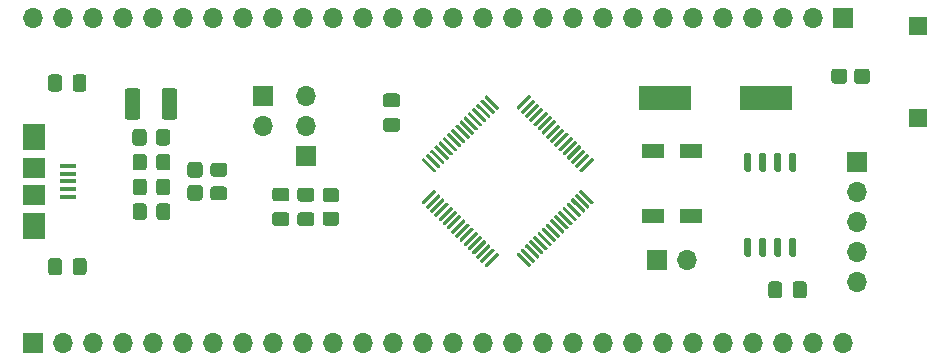
<source format=gbr>
%TF.GenerationSoftware,KiCad,Pcbnew,(5.1.10)-1*%
%TF.CreationDate,2021-08-29T21:18:51+07:00*%
%TF.ProjectId,stm32f405rgt6_Mini,73746d33-3266-4343-9035-726774365f4d,rev?*%
%TF.SameCoordinates,Original*%
%TF.FileFunction,Soldermask,Top*%
%TF.FilePolarity,Negative*%
%FSLAX46Y46*%
G04 Gerber Fmt 4.6, Leading zero omitted, Abs format (unit mm)*
G04 Created by KiCad (PCBNEW (5.1.10)-1) date 2021-08-29 21:18:51*
%MOMM*%
%LPD*%
G01*
G04 APERTURE LIST*
%ADD10R,1.700000X1.700000*%
%ADD11O,1.700000X1.700000*%
%ADD12R,1.900000X1.800000*%
%ADD13R,1.900000X2.300000*%
%ADD14R,1.400000X0.400000*%
%ADD15R,4.500000X2.000000*%
%ADD16R,1.900000X1.300000*%
%ADD17R,1.500000X1.500000*%
G04 APERTURE END LIST*
%TO.C,C2*%
G36*
G01*
X95361780Y-97781780D02*
X94411780Y-97781780D01*
G75*
G02*
X94161780Y-97531780I0J250000D01*
G01*
X94161780Y-96856780D01*
G75*
G02*
X94411780Y-96606780I250000J0D01*
G01*
X95361780Y-96606780D01*
G75*
G02*
X95611780Y-96856780I0J-250000D01*
G01*
X95611780Y-97531780D01*
G75*
G02*
X95361780Y-97781780I-250000J0D01*
G01*
G37*
G36*
G01*
X95361780Y-95706780D02*
X94411780Y-95706780D01*
G75*
G02*
X94161780Y-95456780I0J250000D01*
G01*
X94161780Y-94781780D01*
G75*
G02*
X94411780Y-94531780I250000J0D01*
G01*
X95361780Y-94531780D01*
G75*
G02*
X95611780Y-94781780I0J-250000D01*
G01*
X95611780Y-95456780D01*
G75*
G02*
X95361780Y-95706780I-250000J0D01*
G01*
G37*
%TD*%
%TO.C,C4*%
G36*
G01*
X75194760Y-101699080D02*
X75194760Y-100749080D01*
G75*
G02*
X75444760Y-100499080I250000J0D01*
G01*
X76119760Y-100499080D01*
G75*
G02*
X76369760Y-100749080I0J-250000D01*
G01*
X76369760Y-101699080D01*
G75*
G02*
X76119760Y-101949080I-250000J0D01*
G01*
X75444760Y-101949080D01*
G75*
G02*
X75194760Y-101699080I0J250000D01*
G01*
G37*
G36*
G01*
X77269760Y-101699080D02*
X77269760Y-100749080D01*
G75*
G02*
X77519760Y-100499080I250000J0D01*
G01*
X78194760Y-100499080D01*
G75*
G02*
X78444760Y-100749080I0J-250000D01*
G01*
X78444760Y-101699080D01*
G75*
G02*
X78194760Y-101949080I-250000J0D01*
G01*
X77519760Y-101949080D01*
G75*
G02*
X77269760Y-101699080I0J250000D01*
G01*
G37*
%TD*%
%TO.C,C5*%
G36*
G01*
X81671200Y-88552202D02*
X81671200Y-86352198D01*
G75*
G02*
X81921198Y-86102200I249998J0D01*
G01*
X82746202Y-86102200D01*
G75*
G02*
X82996200Y-86352198I0J-249998D01*
G01*
X82996200Y-88552202D01*
G75*
G02*
X82746202Y-88802200I-249998J0D01*
G01*
X81921198Y-88802200D01*
G75*
G02*
X81671200Y-88552202I0J249998D01*
G01*
G37*
G36*
G01*
X84796200Y-88552202D02*
X84796200Y-86352198D01*
G75*
G02*
X85046198Y-86102200I249998J0D01*
G01*
X85871202Y-86102200D01*
G75*
G02*
X86121200Y-86352198I0J-249998D01*
G01*
X86121200Y-88552202D01*
G75*
G02*
X85871202Y-88802200I-249998J0D01*
G01*
X85046198Y-88802200D01*
G75*
G02*
X84796200Y-88552202I0J249998D01*
G01*
G37*
%TD*%
%TO.C,C6*%
G36*
G01*
X78434600Y-85204280D02*
X78434600Y-86154280D01*
G75*
G02*
X78184600Y-86404280I-250000J0D01*
G01*
X77509600Y-86404280D01*
G75*
G02*
X77259600Y-86154280I0J250000D01*
G01*
X77259600Y-85204280D01*
G75*
G02*
X77509600Y-84954280I250000J0D01*
G01*
X78184600Y-84954280D01*
G75*
G02*
X78434600Y-85204280I0J-250000D01*
G01*
G37*
G36*
G01*
X76359600Y-85204280D02*
X76359600Y-86154280D01*
G75*
G02*
X76109600Y-86404280I-250000J0D01*
G01*
X75434600Y-86404280D01*
G75*
G02*
X75184600Y-86154280I0J250000D01*
G01*
X75184600Y-85204280D01*
G75*
G02*
X75434600Y-84954280I250000J0D01*
G01*
X76109600Y-84954280D01*
G75*
G02*
X76359600Y-85204280I0J-250000D01*
G01*
G37*
%TD*%
%TO.C,C14*%
G36*
G01*
X136152220Y-103667580D02*
X136152220Y-102717580D01*
G75*
G02*
X136402220Y-102467580I250000J0D01*
G01*
X137077220Y-102467580D01*
G75*
G02*
X137327220Y-102717580I0J-250000D01*
G01*
X137327220Y-103667580D01*
G75*
G02*
X137077220Y-103917580I-250000J0D01*
G01*
X136402220Y-103917580D01*
G75*
G02*
X136152220Y-103667580I0J250000D01*
G01*
G37*
G36*
G01*
X138227220Y-103667580D02*
X138227220Y-102717580D01*
G75*
G02*
X138477220Y-102467580I250000J0D01*
G01*
X139152220Y-102467580D01*
G75*
G02*
X139402220Y-102717580I0J-250000D01*
G01*
X139402220Y-103667580D01*
G75*
G02*
X139152220Y-103917580I-250000J0D01*
G01*
X138477220Y-103917580D01*
G75*
G02*
X138227220Y-103667580I0J250000D01*
G01*
G37*
%TD*%
%TO.C,C16*%
G36*
G01*
X104742000Y-89813800D02*
X103792000Y-89813800D01*
G75*
G02*
X103542000Y-89563800I0J250000D01*
G01*
X103542000Y-88888800D01*
G75*
G02*
X103792000Y-88638800I250000J0D01*
G01*
X104742000Y-88638800D01*
G75*
G02*
X104992000Y-88888800I0J-250000D01*
G01*
X104992000Y-89563800D01*
G75*
G02*
X104742000Y-89813800I-250000J0D01*
G01*
G37*
G36*
G01*
X104742000Y-87738800D02*
X103792000Y-87738800D01*
G75*
G02*
X103542000Y-87488800I0J250000D01*
G01*
X103542000Y-86813800D01*
G75*
G02*
X103792000Y-86563800I250000J0D01*
G01*
X104742000Y-86563800D01*
G75*
G02*
X104992000Y-86813800I0J-250000D01*
G01*
X104992000Y-87488800D01*
G75*
G02*
X104742000Y-87738800I-250000J0D01*
G01*
G37*
%TD*%
%TO.C,C17*%
G36*
G01*
X97487760Y-97791940D02*
X96537760Y-97791940D01*
G75*
G02*
X96287760Y-97541940I0J250000D01*
G01*
X96287760Y-96866940D01*
G75*
G02*
X96537760Y-96616940I250000J0D01*
G01*
X97487760Y-96616940D01*
G75*
G02*
X97737760Y-96866940I0J-250000D01*
G01*
X97737760Y-97541940D01*
G75*
G02*
X97487760Y-97791940I-250000J0D01*
G01*
G37*
G36*
G01*
X97487760Y-95716940D02*
X96537760Y-95716940D01*
G75*
G02*
X96287760Y-95466940I0J250000D01*
G01*
X96287760Y-94791940D01*
G75*
G02*
X96537760Y-94541940I250000J0D01*
G01*
X97487760Y-94541940D01*
G75*
G02*
X97737760Y-94791940I0J-250000D01*
G01*
X97737760Y-95466940D01*
G75*
G02*
X97487760Y-95716940I-250000J0D01*
G01*
G37*
%TD*%
%TO.C,PC13_LED*%
G36*
G01*
X142836620Y-84697619D02*
X142836620Y-85497621D01*
G75*
G02*
X142586621Y-85747620I-249999J0D01*
G01*
X141761619Y-85747620D01*
G75*
G02*
X141511620Y-85497621I0J249999D01*
G01*
X141511620Y-84697619D01*
G75*
G02*
X141761619Y-84447620I249999J0D01*
G01*
X142586621Y-84447620D01*
G75*
G02*
X142836620Y-84697619I0J-249999D01*
G01*
G37*
G36*
G01*
X144761620Y-84697619D02*
X144761620Y-85497621D01*
G75*
G02*
X144511621Y-85747620I-249999J0D01*
G01*
X143686619Y-85747620D01*
G75*
G02*
X143436620Y-85497621I0J249999D01*
G01*
X143436620Y-84697619D01*
G75*
G02*
X143686619Y-84447620I249999J0D01*
G01*
X144511621Y-84447620D01*
G75*
G02*
X144761620Y-84697619I0J-249999D01*
G01*
G37*
%TD*%
%TO.C,PWR*%
G36*
G01*
X87227459Y-92375320D02*
X88027461Y-92375320D01*
G75*
G02*
X88277460Y-92625319I0J-249999D01*
G01*
X88277460Y-93450321D01*
G75*
G02*
X88027461Y-93700320I-249999J0D01*
G01*
X87227459Y-93700320D01*
G75*
G02*
X86977460Y-93450321I0J249999D01*
G01*
X86977460Y-92625319D01*
G75*
G02*
X87227459Y-92375320I249999J0D01*
G01*
G37*
G36*
G01*
X87227459Y-94300320D02*
X88027461Y-94300320D01*
G75*
G02*
X88277460Y-94550319I0J-249999D01*
G01*
X88277460Y-95375321D01*
G75*
G02*
X88027461Y-95625320I-249999J0D01*
G01*
X87227459Y-95625320D01*
G75*
G02*
X86977460Y-95375321I0J249999D01*
G01*
X86977460Y-94550319D01*
G75*
G02*
X87227459Y-94300320I249999J0D01*
G01*
G37*
%TD*%
D10*
%TO.C,SWD PROG*%
X143654780Y-92351860D03*
D11*
X143654780Y-94891860D03*
X143654780Y-97431860D03*
X143654780Y-99971860D03*
X143654780Y-102511860D03*
%TD*%
D12*
%TO.C,USB*%
X73995760Y-95150320D03*
X73995760Y-92850320D03*
D13*
X73995760Y-97750320D03*
X73995760Y-90250320D03*
D14*
X76845760Y-95300320D03*
X76845760Y-94650320D03*
X76845760Y-94000320D03*
X76845760Y-93350320D03*
X76845760Y-92700320D03*
%TD*%
D11*
%TO.C,VBat*%
X129273300Y-100647500D03*
D10*
X126733300Y-100647500D03*
%TD*%
%TO.C,5V_IN*%
X93345000Y-86817200D03*
D11*
X93345000Y-89357200D03*
%TD*%
%TO.C,R1*%
G36*
G01*
X85547000Y-94032919D02*
X85547000Y-94932921D01*
G75*
G02*
X85297001Y-95182920I-249999J0D01*
G01*
X84596999Y-95182920D01*
G75*
G02*
X84347000Y-94932921I0J249999D01*
G01*
X84347000Y-94032919D01*
G75*
G02*
X84596999Y-93782920I249999J0D01*
G01*
X85297001Y-93782920D01*
G75*
G02*
X85547000Y-94032919I0J-249999D01*
G01*
G37*
G36*
G01*
X83547000Y-94032919D02*
X83547000Y-94932921D01*
G75*
G02*
X83297001Y-95182920I-249999J0D01*
G01*
X82596999Y-95182920D01*
G75*
G02*
X82347000Y-94932921I0J249999D01*
G01*
X82347000Y-94032919D01*
G75*
G02*
X82596999Y-93782920I249999J0D01*
G01*
X83297001Y-93782920D01*
G75*
G02*
X83547000Y-94032919I0J-249999D01*
G01*
G37*
%TD*%
%TO.C,R2*%
G36*
G01*
X83536840Y-91929799D02*
X83536840Y-92829801D01*
G75*
G02*
X83286841Y-93079800I-249999J0D01*
G01*
X82586839Y-93079800D01*
G75*
G02*
X82336840Y-92829801I0J249999D01*
G01*
X82336840Y-91929799D01*
G75*
G02*
X82586839Y-91679800I249999J0D01*
G01*
X83286841Y-91679800D01*
G75*
G02*
X83536840Y-91929799I0J-249999D01*
G01*
G37*
G36*
G01*
X85536840Y-91929799D02*
X85536840Y-92829801D01*
G75*
G02*
X85286841Y-93079800I-249999J0D01*
G01*
X84586839Y-93079800D01*
G75*
G02*
X84336840Y-92829801I0J249999D01*
G01*
X84336840Y-91929799D01*
G75*
G02*
X84586839Y-91679800I249999J0D01*
G01*
X85286841Y-91679800D01*
G75*
G02*
X85536840Y-91929799I0J-249999D01*
G01*
G37*
%TD*%
%TO.C,R4*%
G36*
G01*
X85521600Y-89821599D02*
X85521600Y-90721601D01*
G75*
G02*
X85271601Y-90971600I-249999J0D01*
G01*
X84571599Y-90971600D01*
G75*
G02*
X84321600Y-90721601I0J249999D01*
G01*
X84321600Y-89821599D01*
G75*
G02*
X84571599Y-89571600I249999J0D01*
G01*
X85271601Y-89571600D01*
G75*
G02*
X85521600Y-89821599I0J-249999D01*
G01*
G37*
G36*
G01*
X83521600Y-89821599D02*
X83521600Y-90721601D01*
G75*
G02*
X83271601Y-90971600I-249999J0D01*
G01*
X82571599Y-90971600D01*
G75*
G02*
X82321600Y-90721601I0J249999D01*
G01*
X82321600Y-89821599D01*
G75*
G02*
X82571599Y-89571600I249999J0D01*
G01*
X83271601Y-89571600D01*
G75*
G02*
X83521600Y-89821599I0J-249999D01*
G01*
G37*
%TD*%
%TO.C,R5*%
G36*
G01*
X83547000Y-96120799D02*
X83547000Y-97020801D01*
G75*
G02*
X83297001Y-97270800I-249999J0D01*
G01*
X82596999Y-97270800D01*
G75*
G02*
X82347000Y-97020801I0J249999D01*
G01*
X82347000Y-96120799D01*
G75*
G02*
X82596999Y-95870800I249999J0D01*
G01*
X83297001Y-95870800D01*
G75*
G02*
X83547000Y-96120799I0J-249999D01*
G01*
G37*
G36*
G01*
X85547000Y-96120799D02*
X85547000Y-97020801D01*
G75*
G02*
X85297001Y-97270800I-249999J0D01*
G01*
X84596999Y-97270800D01*
G75*
G02*
X84347000Y-97020801I0J249999D01*
G01*
X84347000Y-96120799D01*
G75*
G02*
X84596999Y-95870800I249999J0D01*
G01*
X85297001Y-95870800D01*
G75*
G02*
X85547000Y-96120799I0J-249999D01*
G01*
G37*
%TD*%
%TO.C,R6*%
G36*
G01*
X89184059Y-92423180D02*
X90084061Y-92423180D01*
G75*
G02*
X90334060Y-92673179I0J-249999D01*
G01*
X90334060Y-93373181D01*
G75*
G02*
X90084061Y-93623180I-249999J0D01*
G01*
X89184059Y-93623180D01*
G75*
G02*
X88934060Y-93373181I0J249999D01*
G01*
X88934060Y-92673179D01*
G75*
G02*
X89184059Y-92423180I249999J0D01*
G01*
G37*
G36*
G01*
X89184059Y-94423180D02*
X90084061Y-94423180D01*
G75*
G02*
X90334060Y-94673179I0J-249999D01*
G01*
X90334060Y-95373181D01*
G75*
G02*
X90084061Y-95623180I-249999J0D01*
G01*
X89184059Y-95623180D01*
G75*
G02*
X88934060Y-95373181I0J249999D01*
G01*
X88934060Y-94673179D01*
G75*
G02*
X89184059Y-94423180I249999J0D01*
G01*
G37*
%TD*%
%TO.C,R9*%
G36*
G01*
X99570961Y-95759320D02*
X98670959Y-95759320D01*
G75*
G02*
X98420960Y-95509321I0J249999D01*
G01*
X98420960Y-94809319D01*
G75*
G02*
X98670959Y-94559320I249999J0D01*
G01*
X99570961Y-94559320D01*
G75*
G02*
X99820960Y-94809319I0J-249999D01*
G01*
X99820960Y-95509321D01*
G75*
G02*
X99570961Y-95759320I-249999J0D01*
G01*
G37*
G36*
G01*
X99570961Y-97759320D02*
X98670959Y-97759320D01*
G75*
G02*
X98420960Y-97509321I0J249999D01*
G01*
X98420960Y-96809319D01*
G75*
G02*
X98670959Y-96559320I249999J0D01*
G01*
X99570961Y-96559320D01*
G75*
G02*
X99820960Y-96809319I0J-249999D01*
G01*
X99820960Y-97509321D01*
G75*
G02*
X99570961Y-97759320I-249999J0D01*
G01*
G37*
%TD*%
%TO.C,STM32F405RG*%
G36*
G01*
X121262255Y-92023779D02*
X121368321Y-92129845D01*
G75*
G02*
X121368321Y-92235911I-53033J-53033D01*
G01*
X120378371Y-93225861D01*
G75*
G02*
X120272305Y-93225861I-53033J53033D01*
G01*
X120166239Y-93119795D01*
G75*
G02*
X120166239Y-93013729I53033J53033D01*
G01*
X121156189Y-92023779D01*
G75*
G02*
X121262255Y-92023779I53033J-53033D01*
G01*
G37*
G36*
G01*
X120908702Y-91670226D02*
X121014768Y-91776292D01*
G75*
G02*
X121014768Y-91882358I-53033J-53033D01*
G01*
X120024818Y-92872308D01*
G75*
G02*
X119918752Y-92872308I-53033J53033D01*
G01*
X119812686Y-92766242D01*
G75*
G02*
X119812686Y-92660176I53033J53033D01*
G01*
X120802636Y-91670226D01*
G75*
G02*
X120908702Y-91670226I53033J-53033D01*
G01*
G37*
G36*
G01*
X120555149Y-91316673D02*
X120661215Y-91422739D01*
G75*
G02*
X120661215Y-91528805I-53033J-53033D01*
G01*
X119671265Y-92518755D01*
G75*
G02*
X119565199Y-92518755I-53033J53033D01*
G01*
X119459133Y-92412689D01*
G75*
G02*
X119459133Y-92306623I53033J53033D01*
G01*
X120449083Y-91316673D01*
G75*
G02*
X120555149Y-91316673I53033J-53033D01*
G01*
G37*
G36*
G01*
X120201595Y-90963119D02*
X120307661Y-91069185D01*
G75*
G02*
X120307661Y-91175251I-53033J-53033D01*
G01*
X119317711Y-92165201D01*
G75*
G02*
X119211645Y-92165201I-53033J53033D01*
G01*
X119105579Y-92059135D01*
G75*
G02*
X119105579Y-91953069I53033J53033D01*
G01*
X120095529Y-90963119D01*
G75*
G02*
X120201595Y-90963119I53033J-53033D01*
G01*
G37*
G36*
G01*
X119848042Y-90609566D02*
X119954108Y-90715632D01*
G75*
G02*
X119954108Y-90821698I-53033J-53033D01*
G01*
X118964158Y-91811648D01*
G75*
G02*
X118858092Y-91811648I-53033J53033D01*
G01*
X118752026Y-91705582D01*
G75*
G02*
X118752026Y-91599516I53033J53033D01*
G01*
X119741976Y-90609566D01*
G75*
G02*
X119848042Y-90609566I53033J-53033D01*
G01*
G37*
G36*
G01*
X119494488Y-90256012D02*
X119600554Y-90362078D01*
G75*
G02*
X119600554Y-90468144I-53033J-53033D01*
G01*
X118610604Y-91458094D01*
G75*
G02*
X118504538Y-91458094I-53033J53033D01*
G01*
X118398472Y-91352028D01*
G75*
G02*
X118398472Y-91245962I53033J53033D01*
G01*
X119388422Y-90256012D01*
G75*
G02*
X119494488Y-90256012I53033J-53033D01*
G01*
G37*
G36*
G01*
X119140935Y-89902459D02*
X119247001Y-90008525D01*
G75*
G02*
X119247001Y-90114591I-53033J-53033D01*
G01*
X118257051Y-91104541D01*
G75*
G02*
X118150985Y-91104541I-53033J53033D01*
G01*
X118044919Y-90998475D01*
G75*
G02*
X118044919Y-90892409I53033J53033D01*
G01*
X119034869Y-89902459D01*
G75*
G02*
X119140935Y-89902459I53033J-53033D01*
G01*
G37*
G36*
G01*
X118787382Y-89548906D02*
X118893448Y-89654972D01*
G75*
G02*
X118893448Y-89761038I-53033J-53033D01*
G01*
X117903498Y-90750988D01*
G75*
G02*
X117797432Y-90750988I-53033J53033D01*
G01*
X117691366Y-90644922D01*
G75*
G02*
X117691366Y-90538856I53033J53033D01*
G01*
X118681316Y-89548906D01*
G75*
G02*
X118787382Y-89548906I53033J-53033D01*
G01*
G37*
G36*
G01*
X118433828Y-89195352D02*
X118539894Y-89301418D01*
G75*
G02*
X118539894Y-89407484I-53033J-53033D01*
G01*
X117549944Y-90397434D01*
G75*
G02*
X117443878Y-90397434I-53033J53033D01*
G01*
X117337812Y-90291368D01*
G75*
G02*
X117337812Y-90185302I53033J53033D01*
G01*
X118327762Y-89195352D01*
G75*
G02*
X118433828Y-89195352I53033J-53033D01*
G01*
G37*
G36*
G01*
X118080275Y-88841799D02*
X118186341Y-88947865D01*
G75*
G02*
X118186341Y-89053931I-53033J-53033D01*
G01*
X117196391Y-90043881D01*
G75*
G02*
X117090325Y-90043881I-53033J53033D01*
G01*
X116984259Y-89937815D01*
G75*
G02*
X116984259Y-89831749I53033J53033D01*
G01*
X117974209Y-88841799D01*
G75*
G02*
X118080275Y-88841799I53033J-53033D01*
G01*
G37*
G36*
G01*
X117726722Y-88488246D02*
X117832788Y-88594312D01*
G75*
G02*
X117832788Y-88700378I-53033J-53033D01*
G01*
X116842838Y-89690328D01*
G75*
G02*
X116736772Y-89690328I-53033J53033D01*
G01*
X116630706Y-89584262D01*
G75*
G02*
X116630706Y-89478196I53033J53033D01*
G01*
X117620656Y-88488246D01*
G75*
G02*
X117726722Y-88488246I53033J-53033D01*
G01*
G37*
G36*
G01*
X117373168Y-88134692D02*
X117479234Y-88240758D01*
G75*
G02*
X117479234Y-88346824I-53033J-53033D01*
G01*
X116489284Y-89336774D01*
G75*
G02*
X116383218Y-89336774I-53033J53033D01*
G01*
X116277152Y-89230708D01*
G75*
G02*
X116277152Y-89124642I53033J53033D01*
G01*
X117267102Y-88134692D01*
G75*
G02*
X117373168Y-88134692I53033J-53033D01*
G01*
G37*
G36*
G01*
X117019615Y-87781139D02*
X117125681Y-87887205D01*
G75*
G02*
X117125681Y-87993271I-53033J-53033D01*
G01*
X116135731Y-88983221D01*
G75*
G02*
X116029665Y-88983221I-53033J53033D01*
G01*
X115923599Y-88877155D01*
G75*
G02*
X115923599Y-88771089I53033J53033D01*
G01*
X116913549Y-87781139D01*
G75*
G02*
X117019615Y-87781139I53033J-53033D01*
G01*
G37*
G36*
G01*
X116666061Y-87427585D02*
X116772127Y-87533651D01*
G75*
G02*
X116772127Y-87639717I-53033J-53033D01*
G01*
X115782177Y-88629667D01*
G75*
G02*
X115676111Y-88629667I-53033J53033D01*
G01*
X115570045Y-88523601D01*
G75*
G02*
X115570045Y-88417535I53033J53033D01*
G01*
X116559995Y-87427585D01*
G75*
G02*
X116666061Y-87427585I53033J-53033D01*
G01*
G37*
G36*
G01*
X116312508Y-87074032D02*
X116418574Y-87180098D01*
G75*
G02*
X116418574Y-87286164I-53033J-53033D01*
G01*
X115428624Y-88276114D01*
G75*
G02*
X115322558Y-88276114I-53033J53033D01*
G01*
X115216492Y-88170048D01*
G75*
G02*
X115216492Y-88063982I53033J53033D01*
G01*
X116206442Y-87074032D01*
G75*
G02*
X116312508Y-87074032I53033J-53033D01*
G01*
G37*
G36*
G01*
X115958955Y-86720479D02*
X116065021Y-86826545D01*
G75*
G02*
X116065021Y-86932611I-53033J-53033D01*
G01*
X115075071Y-87922561D01*
G75*
G02*
X114969005Y-87922561I-53033J53033D01*
G01*
X114862939Y-87816495D01*
G75*
G02*
X114862939Y-87710429I53033J53033D01*
G01*
X115852889Y-86720479D01*
G75*
G02*
X115958955Y-86720479I53033J-53033D01*
G01*
G37*
G36*
G01*
X112352709Y-86720479D02*
X113342659Y-87710429D01*
G75*
G02*
X113342659Y-87816495I-53033J-53033D01*
G01*
X113236593Y-87922561D01*
G75*
G02*
X113130527Y-87922561I-53033J53033D01*
G01*
X112140577Y-86932611D01*
G75*
G02*
X112140577Y-86826545I53033J53033D01*
G01*
X112246643Y-86720479D01*
G75*
G02*
X112352709Y-86720479I53033J-53033D01*
G01*
G37*
G36*
G01*
X111999156Y-87074032D02*
X112989106Y-88063982D01*
G75*
G02*
X112989106Y-88170048I-53033J-53033D01*
G01*
X112883040Y-88276114D01*
G75*
G02*
X112776974Y-88276114I-53033J53033D01*
G01*
X111787024Y-87286164D01*
G75*
G02*
X111787024Y-87180098I53033J53033D01*
G01*
X111893090Y-87074032D01*
G75*
G02*
X111999156Y-87074032I53033J-53033D01*
G01*
G37*
G36*
G01*
X111645603Y-87427585D02*
X112635553Y-88417535D01*
G75*
G02*
X112635553Y-88523601I-53033J-53033D01*
G01*
X112529487Y-88629667D01*
G75*
G02*
X112423421Y-88629667I-53033J53033D01*
G01*
X111433471Y-87639717D01*
G75*
G02*
X111433471Y-87533651I53033J53033D01*
G01*
X111539537Y-87427585D01*
G75*
G02*
X111645603Y-87427585I53033J-53033D01*
G01*
G37*
G36*
G01*
X111292049Y-87781139D02*
X112281999Y-88771089D01*
G75*
G02*
X112281999Y-88877155I-53033J-53033D01*
G01*
X112175933Y-88983221D01*
G75*
G02*
X112069867Y-88983221I-53033J53033D01*
G01*
X111079917Y-87993271D01*
G75*
G02*
X111079917Y-87887205I53033J53033D01*
G01*
X111185983Y-87781139D01*
G75*
G02*
X111292049Y-87781139I53033J-53033D01*
G01*
G37*
G36*
G01*
X110938496Y-88134692D02*
X111928446Y-89124642D01*
G75*
G02*
X111928446Y-89230708I-53033J-53033D01*
G01*
X111822380Y-89336774D01*
G75*
G02*
X111716314Y-89336774I-53033J53033D01*
G01*
X110726364Y-88346824D01*
G75*
G02*
X110726364Y-88240758I53033J53033D01*
G01*
X110832430Y-88134692D01*
G75*
G02*
X110938496Y-88134692I53033J-53033D01*
G01*
G37*
G36*
G01*
X110584942Y-88488246D02*
X111574892Y-89478196D01*
G75*
G02*
X111574892Y-89584262I-53033J-53033D01*
G01*
X111468826Y-89690328D01*
G75*
G02*
X111362760Y-89690328I-53033J53033D01*
G01*
X110372810Y-88700378D01*
G75*
G02*
X110372810Y-88594312I53033J53033D01*
G01*
X110478876Y-88488246D01*
G75*
G02*
X110584942Y-88488246I53033J-53033D01*
G01*
G37*
G36*
G01*
X110231389Y-88841799D02*
X111221339Y-89831749D01*
G75*
G02*
X111221339Y-89937815I-53033J-53033D01*
G01*
X111115273Y-90043881D01*
G75*
G02*
X111009207Y-90043881I-53033J53033D01*
G01*
X110019257Y-89053931D01*
G75*
G02*
X110019257Y-88947865I53033J53033D01*
G01*
X110125323Y-88841799D01*
G75*
G02*
X110231389Y-88841799I53033J-53033D01*
G01*
G37*
G36*
G01*
X109877836Y-89195352D02*
X110867786Y-90185302D01*
G75*
G02*
X110867786Y-90291368I-53033J-53033D01*
G01*
X110761720Y-90397434D01*
G75*
G02*
X110655654Y-90397434I-53033J53033D01*
G01*
X109665704Y-89407484D01*
G75*
G02*
X109665704Y-89301418I53033J53033D01*
G01*
X109771770Y-89195352D01*
G75*
G02*
X109877836Y-89195352I53033J-53033D01*
G01*
G37*
G36*
G01*
X109524282Y-89548906D02*
X110514232Y-90538856D01*
G75*
G02*
X110514232Y-90644922I-53033J-53033D01*
G01*
X110408166Y-90750988D01*
G75*
G02*
X110302100Y-90750988I-53033J53033D01*
G01*
X109312150Y-89761038D01*
G75*
G02*
X109312150Y-89654972I53033J53033D01*
G01*
X109418216Y-89548906D01*
G75*
G02*
X109524282Y-89548906I53033J-53033D01*
G01*
G37*
G36*
G01*
X109170729Y-89902459D02*
X110160679Y-90892409D01*
G75*
G02*
X110160679Y-90998475I-53033J-53033D01*
G01*
X110054613Y-91104541D01*
G75*
G02*
X109948547Y-91104541I-53033J53033D01*
G01*
X108958597Y-90114591D01*
G75*
G02*
X108958597Y-90008525I53033J53033D01*
G01*
X109064663Y-89902459D01*
G75*
G02*
X109170729Y-89902459I53033J-53033D01*
G01*
G37*
G36*
G01*
X108817176Y-90256012D02*
X109807126Y-91245962D01*
G75*
G02*
X109807126Y-91352028I-53033J-53033D01*
G01*
X109701060Y-91458094D01*
G75*
G02*
X109594994Y-91458094I-53033J53033D01*
G01*
X108605044Y-90468144D01*
G75*
G02*
X108605044Y-90362078I53033J53033D01*
G01*
X108711110Y-90256012D01*
G75*
G02*
X108817176Y-90256012I53033J-53033D01*
G01*
G37*
G36*
G01*
X108463622Y-90609566D02*
X109453572Y-91599516D01*
G75*
G02*
X109453572Y-91705582I-53033J-53033D01*
G01*
X109347506Y-91811648D01*
G75*
G02*
X109241440Y-91811648I-53033J53033D01*
G01*
X108251490Y-90821698D01*
G75*
G02*
X108251490Y-90715632I53033J53033D01*
G01*
X108357556Y-90609566D01*
G75*
G02*
X108463622Y-90609566I53033J-53033D01*
G01*
G37*
G36*
G01*
X108110069Y-90963119D02*
X109100019Y-91953069D01*
G75*
G02*
X109100019Y-92059135I-53033J-53033D01*
G01*
X108993953Y-92165201D01*
G75*
G02*
X108887887Y-92165201I-53033J53033D01*
G01*
X107897937Y-91175251D01*
G75*
G02*
X107897937Y-91069185I53033J53033D01*
G01*
X108004003Y-90963119D01*
G75*
G02*
X108110069Y-90963119I53033J-53033D01*
G01*
G37*
G36*
G01*
X107756515Y-91316673D02*
X108746465Y-92306623D01*
G75*
G02*
X108746465Y-92412689I-53033J-53033D01*
G01*
X108640399Y-92518755D01*
G75*
G02*
X108534333Y-92518755I-53033J53033D01*
G01*
X107544383Y-91528805D01*
G75*
G02*
X107544383Y-91422739I53033J53033D01*
G01*
X107650449Y-91316673D01*
G75*
G02*
X107756515Y-91316673I53033J-53033D01*
G01*
G37*
G36*
G01*
X107402962Y-91670226D02*
X108392912Y-92660176D01*
G75*
G02*
X108392912Y-92766242I-53033J-53033D01*
G01*
X108286846Y-92872308D01*
G75*
G02*
X108180780Y-92872308I-53033J53033D01*
G01*
X107190830Y-91882358D01*
G75*
G02*
X107190830Y-91776292I53033J53033D01*
G01*
X107296896Y-91670226D01*
G75*
G02*
X107402962Y-91670226I53033J-53033D01*
G01*
G37*
G36*
G01*
X107049409Y-92023779D02*
X108039359Y-93013729D01*
G75*
G02*
X108039359Y-93119795I-53033J-53033D01*
G01*
X107933293Y-93225861D01*
G75*
G02*
X107827227Y-93225861I-53033J53033D01*
G01*
X106837277Y-92235911D01*
G75*
G02*
X106837277Y-92129845I53033J53033D01*
G01*
X106943343Y-92023779D01*
G75*
G02*
X107049409Y-92023779I53033J-53033D01*
G01*
G37*
G36*
G01*
X107933293Y-94746141D02*
X108039359Y-94852207D01*
G75*
G02*
X108039359Y-94958273I-53033J-53033D01*
G01*
X107049409Y-95948223D01*
G75*
G02*
X106943343Y-95948223I-53033J53033D01*
G01*
X106837277Y-95842157D01*
G75*
G02*
X106837277Y-95736091I53033J53033D01*
G01*
X107827227Y-94746141D01*
G75*
G02*
X107933293Y-94746141I53033J-53033D01*
G01*
G37*
G36*
G01*
X108286846Y-95099694D02*
X108392912Y-95205760D01*
G75*
G02*
X108392912Y-95311826I-53033J-53033D01*
G01*
X107402962Y-96301776D01*
G75*
G02*
X107296896Y-96301776I-53033J53033D01*
G01*
X107190830Y-96195710D01*
G75*
G02*
X107190830Y-96089644I53033J53033D01*
G01*
X108180780Y-95099694D01*
G75*
G02*
X108286846Y-95099694I53033J-53033D01*
G01*
G37*
G36*
G01*
X108640399Y-95453247D02*
X108746465Y-95559313D01*
G75*
G02*
X108746465Y-95665379I-53033J-53033D01*
G01*
X107756515Y-96655329D01*
G75*
G02*
X107650449Y-96655329I-53033J53033D01*
G01*
X107544383Y-96549263D01*
G75*
G02*
X107544383Y-96443197I53033J53033D01*
G01*
X108534333Y-95453247D01*
G75*
G02*
X108640399Y-95453247I53033J-53033D01*
G01*
G37*
G36*
G01*
X108993953Y-95806801D02*
X109100019Y-95912867D01*
G75*
G02*
X109100019Y-96018933I-53033J-53033D01*
G01*
X108110069Y-97008883D01*
G75*
G02*
X108004003Y-97008883I-53033J53033D01*
G01*
X107897937Y-96902817D01*
G75*
G02*
X107897937Y-96796751I53033J53033D01*
G01*
X108887887Y-95806801D01*
G75*
G02*
X108993953Y-95806801I53033J-53033D01*
G01*
G37*
G36*
G01*
X109347506Y-96160354D02*
X109453572Y-96266420D01*
G75*
G02*
X109453572Y-96372486I-53033J-53033D01*
G01*
X108463622Y-97362436D01*
G75*
G02*
X108357556Y-97362436I-53033J53033D01*
G01*
X108251490Y-97256370D01*
G75*
G02*
X108251490Y-97150304I53033J53033D01*
G01*
X109241440Y-96160354D01*
G75*
G02*
X109347506Y-96160354I53033J-53033D01*
G01*
G37*
G36*
G01*
X109701060Y-96513908D02*
X109807126Y-96619974D01*
G75*
G02*
X109807126Y-96726040I-53033J-53033D01*
G01*
X108817176Y-97715990D01*
G75*
G02*
X108711110Y-97715990I-53033J53033D01*
G01*
X108605044Y-97609924D01*
G75*
G02*
X108605044Y-97503858I53033J53033D01*
G01*
X109594994Y-96513908D01*
G75*
G02*
X109701060Y-96513908I53033J-53033D01*
G01*
G37*
G36*
G01*
X110054613Y-96867461D02*
X110160679Y-96973527D01*
G75*
G02*
X110160679Y-97079593I-53033J-53033D01*
G01*
X109170729Y-98069543D01*
G75*
G02*
X109064663Y-98069543I-53033J53033D01*
G01*
X108958597Y-97963477D01*
G75*
G02*
X108958597Y-97857411I53033J53033D01*
G01*
X109948547Y-96867461D01*
G75*
G02*
X110054613Y-96867461I53033J-53033D01*
G01*
G37*
G36*
G01*
X110408166Y-97221014D02*
X110514232Y-97327080D01*
G75*
G02*
X110514232Y-97433146I-53033J-53033D01*
G01*
X109524282Y-98423096D01*
G75*
G02*
X109418216Y-98423096I-53033J53033D01*
G01*
X109312150Y-98317030D01*
G75*
G02*
X109312150Y-98210964I53033J53033D01*
G01*
X110302100Y-97221014D01*
G75*
G02*
X110408166Y-97221014I53033J-53033D01*
G01*
G37*
G36*
G01*
X110761720Y-97574568D02*
X110867786Y-97680634D01*
G75*
G02*
X110867786Y-97786700I-53033J-53033D01*
G01*
X109877836Y-98776650D01*
G75*
G02*
X109771770Y-98776650I-53033J53033D01*
G01*
X109665704Y-98670584D01*
G75*
G02*
X109665704Y-98564518I53033J53033D01*
G01*
X110655654Y-97574568D01*
G75*
G02*
X110761720Y-97574568I53033J-53033D01*
G01*
G37*
G36*
G01*
X111115273Y-97928121D02*
X111221339Y-98034187D01*
G75*
G02*
X111221339Y-98140253I-53033J-53033D01*
G01*
X110231389Y-99130203D01*
G75*
G02*
X110125323Y-99130203I-53033J53033D01*
G01*
X110019257Y-99024137D01*
G75*
G02*
X110019257Y-98918071I53033J53033D01*
G01*
X111009207Y-97928121D01*
G75*
G02*
X111115273Y-97928121I53033J-53033D01*
G01*
G37*
G36*
G01*
X111468826Y-98281674D02*
X111574892Y-98387740D01*
G75*
G02*
X111574892Y-98493806I-53033J-53033D01*
G01*
X110584942Y-99483756D01*
G75*
G02*
X110478876Y-99483756I-53033J53033D01*
G01*
X110372810Y-99377690D01*
G75*
G02*
X110372810Y-99271624I53033J53033D01*
G01*
X111362760Y-98281674D01*
G75*
G02*
X111468826Y-98281674I53033J-53033D01*
G01*
G37*
G36*
G01*
X111822380Y-98635228D02*
X111928446Y-98741294D01*
G75*
G02*
X111928446Y-98847360I-53033J-53033D01*
G01*
X110938496Y-99837310D01*
G75*
G02*
X110832430Y-99837310I-53033J53033D01*
G01*
X110726364Y-99731244D01*
G75*
G02*
X110726364Y-99625178I53033J53033D01*
G01*
X111716314Y-98635228D01*
G75*
G02*
X111822380Y-98635228I53033J-53033D01*
G01*
G37*
G36*
G01*
X112175933Y-98988781D02*
X112281999Y-99094847D01*
G75*
G02*
X112281999Y-99200913I-53033J-53033D01*
G01*
X111292049Y-100190863D01*
G75*
G02*
X111185983Y-100190863I-53033J53033D01*
G01*
X111079917Y-100084797D01*
G75*
G02*
X111079917Y-99978731I53033J53033D01*
G01*
X112069867Y-98988781D01*
G75*
G02*
X112175933Y-98988781I53033J-53033D01*
G01*
G37*
G36*
G01*
X112529487Y-99342335D02*
X112635553Y-99448401D01*
G75*
G02*
X112635553Y-99554467I-53033J-53033D01*
G01*
X111645603Y-100544417D01*
G75*
G02*
X111539537Y-100544417I-53033J53033D01*
G01*
X111433471Y-100438351D01*
G75*
G02*
X111433471Y-100332285I53033J53033D01*
G01*
X112423421Y-99342335D01*
G75*
G02*
X112529487Y-99342335I53033J-53033D01*
G01*
G37*
G36*
G01*
X112883040Y-99695888D02*
X112989106Y-99801954D01*
G75*
G02*
X112989106Y-99908020I-53033J-53033D01*
G01*
X111999156Y-100897970D01*
G75*
G02*
X111893090Y-100897970I-53033J53033D01*
G01*
X111787024Y-100791904D01*
G75*
G02*
X111787024Y-100685838I53033J53033D01*
G01*
X112776974Y-99695888D01*
G75*
G02*
X112883040Y-99695888I53033J-53033D01*
G01*
G37*
G36*
G01*
X113236593Y-100049441D02*
X113342659Y-100155507D01*
G75*
G02*
X113342659Y-100261573I-53033J-53033D01*
G01*
X112352709Y-101251523D01*
G75*
G02*
X112246643Y-101251523I-53033J53033D01*
G01*
X112140577Y-101145457D01*
G75*
G02*
X112140577Y-101039391I53033J53033D01*
G01*
X113130527Y-100049441D01*
G75*
G02*
X113236593Y-100049441I53033J-53033D01*
G01*
G37*
G36*
G01*
X115075071Y-100049441D02*
X116065021Y-101039391D01*
G75*
G02*
X116065021Y-101145457I-53033J-53033D01*
G01*
X115958955Y-101251523D01*
G75*
G02*
X115852889Y-101251523I-53033J53033D01*
G01*
X114862939Y-100261573D01*
G75*
G02*
X114862939Y-100155507I53033J53033D01*
G01*
X114969005Y-100049441D01*
G75*
G02*
X115075071Y-100049441I53033J-53033D01*
G01*
G37*
G36*
G01*
X115428624Y-99695888D02*
X116418574Y-100685838D01*
G75*
G02*
X116418574Y-100791904I-53033J-53033D01*
G01*
X116312508Y-100897970D01*
G75*
G02*
X116206442Y-100897970I-53033J53033D01*
G01*
X115216492Y-99908020D01*
G75*
G02*
X115216492Y-99801954I53033J53033D01*
G01*
X115322558Y-99695888D01*
G75*
G02*
X115428624Y-99695888I53033J-53033D01*
G01*
G37*
G36*
G01*
X115782177Y-99342335D02*
X116772127Y-100332285D01*
G75*
G02*
X116772127Y-100438351I-53033J-53033D01*
G01*
X116666061Y-100544417D01*
G75*
G02*
X116559995Y-100544417I-53033J53033D01*
G01*
X115570045Y-99554467D01*
G75*
G02*
X115570045Y-99448401I53033J53033D01*
G01*
X115676111Y-99342335D01*
G75*
G02*
X115782177Y-99342335I53033J-53033D01*
G01*
G37*
G36*
G01*
X116135731Y-98988781D02*
X117125681Y-99978731D01*
G75*
G02*
X117125681Y-100084797I-53033J-53033D01*
G01*
X117019615Y-100190863D01*
G75*
G02*
X116913549Y-100190863I-53033J53033D01*
G01*
X115923599Y-99200913D01*
G75*
G02*
X115923599Y-99094847I53033J53033D01*
G01*
X116029665Y-98988781D01*
G75*
G02*
X116135731Y-98988781I53033J-53033D01*
G01*
G37*
G36*
G01*
X116489284Y-98635228D02*
X117479234Y-99625178D01*
G75*
G02*
X117479234Y-99731244I-53033J-53033D01*
G01*
X117373168Y-99837310D01*
G75*
G02*
X117267102Y-99837310I-53033J53033D01*
G01*
X116277152Y-98847360D01*
G75*
G02*
X116277152Y-98741294I53033J53033D01*
G01*
X116383218Y-98635228D01*
G75*
G02*
X116489284Y-98635228I53033J-53033D01*
G01*
G37*
G36*
G01*
X116842838Y-98281674D02*
X117832788Y-99271624D01*
G75*
G02*
X117832788Y-99377690I-53033J-53033D01*
G01*
X117726722Y-99483756D01*
G75*
G02*
X117620656Y-99483756I-53033J53033D01*
G01*
X116630706Y-98493806D01*
G75*
G02*
X116630706Y-98387740I53033J53033D01*
G01*
X116736772Y-98281674D01*
G75*
G02*
X116842838Y-98281674I53033J-53033D01*
G01*
G37*
G36*
G01*
X117196391Y-97928121D02*
X118186341Y-98918071D01*
G75*
G02*
X118186341Y-99024137I-53033J-53033D01*
G01*
X118080275Y-99130203D01*
G75*
G02*
X117974209Y-99130203I-53033J53033D01*
G01*
X116984259Y-98140253D01*
G75*
G02*
X116984259Y-98034187I53033J53033D01*
G01*
X117090325Y-97928121D01*
G75*
G02*
X117196391Y-97928121I53033J-53033D01*
G01*
G37*
G36*
G01*
X117549944Y-97574568D02*
X118539894Y-98564518D01*
G75*
G02*
X118539894Y-98670584I-53033J-53033D01*
G01*
X118433828Y-98776650D01*
G75*
G02*
X118327762Y-98776650I-53033J53033D01*
G01*
X117337812Y-97786700D01*
G75*
G02*
X117337812Y-97680634I53033J53033D01*
G01*
X117443878Y-97574568D01*
G75*
G02*
X117549944Y-97574568I53033J-53033D01*
G01*
G37*
G36*
G01*
X117903498Y-97221014D02*
X118893448Y-98210964D01*
G75*
G02*
X118893448Y-98317030I-53033J-53033D01*
G01*
X118787382Y-98423096D01*
G75*
G02*
X118681316Y-98423096I-53033J53033D01*
G01*
X117691366Y-97433146D01*
G75*
G02*
X117691366Y-97327080I53033J53033D01*
G01*
X117797432Y-97221014D01*
G75*
G02*
X117903498Y-97221014I53033J-53033D01*
G01*
G37*
G36*
G01*
X118257051Y-96867461D02*
X119247001Y-97857411D01*
G75*
G02*
X119247001Y-97963477I-53033J-53033D01*
G01*
X119140935Y-98069543D01*
G75*
G02*
X119034869Y-98069543I-53033J53033D01*
G01*
X118044919Y-97079593D01*
G75*
G02*
X118044919Y-96973527I53033J53033D01*
G01*
X118150985Y-96867461D01*
G75*
G02*
X118257051Y-96867461I53033J-53033D01*
G01*
G37*
G36*
G01*
X118610604Y-96513908D02*
X119600554Y-97503858D01*
G75*
G02*
X119600554Y-97609924I-53033J-53033D01*
G01*
X119494488Y-97715990D01*
G75*
G02*
X119388422Y-97715990I-53033J53033D01*
G01*
X118398472Y-96726040D01*
G75*
G02*
X118398472Y-96619974I53033J53033D01*
G01*
X118504538Y-96513908D01*
G75*
G02*
X118610604Y-96513908I53033J-53033D01*
G01*
G37*
G36*
G01*
X118964158Y-96160354D02*
X119954108Y-97150304D01*
G75*
G02*
X119954108Y-97256370I-53033J-53033D01*
G01*
X119848042Y-97362436D01*
G75*
G02*
X119741976Y-97362436I-53033J53033D01*
G01*
X118752026Y-96372486D01*
G75*
G02*
X118752026Y-96266420I53033J53033D01*
G01*
X118858092Y-96160354D01*
G75*
G02*
X118964158Y-96160354I53033J-53033D01*
G01*
G37*
G36*
G01*
X119317711Y-95806801D02*
X120307661Y-96796751D01*
G75*
G02*
X120307661Y-96902817I-53033J-53033D01*
G01*
X120201595Y-97008883D01*
G75*
G02*
X120095529Y-97008883I-53033J53033D01*
G01*
X119105579Y-96018933D01*
G75*
G02*
X119105579Y-95912867I53033J53033D01*
G01*
X119211645Y-95806801D01*
G75*
G02*
X119317711Y-95806801I53033J-53033D01*
G01*
G37*
G36*
G01*
X119671265Y-95453247D02*
X120661215Y-96443197D01*
G75*
G02*
X120661215Y-96549263I-53033J-53033D01*
G01*
X120555149Y-96655329D01*
G75*
G02*
X120449083Y-96655329I-53033J53033D01*
G01*
X119459133Y-95665379D01*
G75*
G02*
X119459133Y-95559313I53033J53033D01*
G01*
X119565199Y-95453247D01*
G75*
G02*
X119671265Y-95453247I53033J-53033D01*
G01*
G37*
G36*
G01*
X120024818Y-95099694D02*
X121014768Y-96089644D01*
G75*
G02*
X121014768Y-96195710I-53033J-53033D01*
G01*
X120908702Y-96301776D01*
G75*
G02*
X120802636Y-96301776I-53033J53033D01*
G01*
X119812686Y-95311826D01*
G75*
G02*
X119812686Y-95205760I53033J53033D01*
G01*
X119918752Y-95099694D01*
G75*
G02*
X120024818Y-95099694I53033J-53033D01*
G01*
G37*
G36*
G01*
X120378371Y-94746141D02*
X121368321Y-95736091D01*
G75*
G02*
X121368321Y-95842157I-53033J-53033D01*
G01*
X121262255Y-95948223D01*
G75*
G02*
X121156189Y-95948223I-53033J53033D01*
G01*
X120166239Y-94958273D01*
G75*
G02*
X120166239Y-94852207I53033J53033D01*
G01*
X120272305Y-94746141D01*
G75*
G02*
X120378371Y-94746141I53033J-53033D01*
G01*
G37*
%TD*%
D15*
%TO.C,8-25MHz*%
X135949000Y-86918800D03*
X127449000Y-86918800D03*
%TD*%
D16*
%TO.C,32.768KHz*%
X129590600Y-96945900D03*
X129590600Y-91445900D03*
X126390600Y-91445900D03*
X126390600Y-96945900D03*
%TD*%
%TO.C,W25Qxx*%
G36*
G01*
X138076800Y-91586600D02*
X138376800Y-91586600D01*
G75*
G02*
X138526800Y-91736600I0J-150000D01*
G01*
X138526800Y-93036600D01*
G75*
G02*
X138376800Y-93186600I-150000J0D01*
G01*
X138076800Y-93186600D01*
G75*
G02*
X137926800Y-93036600I0J150000D01*
G01*
X137926800Y-91736600D01*
G75*
G02*
X138076800Y-91586600I150000J0D01*
G01*
G37*
G36*
G01*
X136806800Y-91586600D02*
X137106800Y-91586600D01*
G75*
G02*
X137256800Y-91736600I0J-150000D01*
G01*
X137256800Y-93036600D01*
G75*
G02*
X137106800Y-93186600I-150000J0D01*
G01*
X136806800Y-93186600D01*
G75*
G02*
X136656800Y-93036600I0J150000D01*
G01*
X136656800Y-91736600D01*
G75*
G02*
X136806800Y-91586600I150000J0D01*
G01*
G37*
G36*
G01*
X135536800Y-91586600D02*
X135836800Y-91586600D01*
G75*
G02*
X135986800Y-91736600I0J-150000D01*
G01*
X135986800Y-93036600D01*
G75*
G02*
X135836800Y-93186600I-150000J0D01*
G01*
X135536800Y-93186600D01*
G75*
G02*
X135386800Y-93036600I0J150000D01*
G01*
X135386800Y-91736600D01*
G75*
G02*
X135536800Y-91586600I150000J0D01*
G01*
G37*
G36*
G01*
X134266800Y-91586600D02*
X134566800Y-91586600D01*
G75*
G02*
X134716800Y-91736600I0J-150000D01*
G01*
X134716800Y-93036600D01*
G75*
G02*
X134566800Y-93186600I-150000J0D01*
G01*
X134266800Y-93186600D01*
G75*
G02*
X134116800Y-93036600I0J150000D01*
G01*
X134116800Y-91736600D01*
G75*
G02*
X134266800Y-91586600I150000J0D01*
G01*
G37*
G36*
G01*
X134266800Y-98786600D02*
X134566800Y-98786600D01*
G75*
G02*
X134716800Y-98936600I0J-150000D01*
G01*
X134716800Y-100236600D01*
G75*
G02*
X134566800Y-100386600I-150000J0D01*
G01*
X134266800Y-100386600D01*
G75*
G02*
X134116800Y-100236600I0J150000D01*
G01*
X134116800Y-98936600D01*
G75*
G02*
X134266800Y-98786600I150000J0D01*
G01*
G37*
G36*
G01*
X135536800Y-98786600D02*
X135836800Y-98786600D01*
G75*
G02*
X135986800Y-98936600I0J-150000D01*
G01*
X135986800Y-100236600D01*
G75*
G02*
X135836800Y-100386600I-150000J0D01*
G01*
X135536800Y-100386600D01*
G75*
G02*
X135386800Y-100236600I0J150000D01*
G01*
X135386800Y-98936600D01*
G75*
G02*
X135536800Y-98786600I150000J0D01*
G01*
G37*
G36*
G01*
X136806800Y-98786600D02*
X137106800Y-98786600D01*
G75*
G02*
X137256800Y-98936600I0J-150000D01*
G01*
X137256800Y-100236600D01*
G75*
G02*
X137106800Y-100386600I-150000J0D01*
G01*
X136806800Y-100386600D01*
G75*
G02*
X136656800Y-100236600I0J150000D01*
G01*
X136656800Y-98936600D01*
G75*
G02*
X136806800Y-98786600I150000J0D01*
G01*
G37*
G36*
G01*
X138076800Y-98786600D02*
X138376800Y-98786600D01*
G75*
G02*
X138526800Y-98936600I0J-150000D01*
G01*
X138526800Y-100236600D01*
G75*
G02*
X138376800Y-100386600I-150000J0D01*
G01*
X138076800Y-100386600D01*
G75*
G02*
X137926800Y-100236600I0J150000D01*
G01*
X137926800Y-98936600D01*
G75*
G02*
X138076800Y-98786600I150000J0D01*
G01*
G37*
%TD*%
D17*
%TO.C,RESET*%
X148877020Y-80849640D03*
X148877020Y-88649640D03*
%TD*%
D10*
%TO.C,BOOT0*%
X97053400Y-91871800D03*
D11*
X97053400Y-89331800D03*
X97053400Y-86791800D03*
%TD*%
D10*
%TO.C,.*%
X142458440Y-80203040D03*
D11*
X139918440Y-80203040D03*
X137378440Y-80203040D03*
X134838440Y-80203040D03*
X132298440Y-80203040D03*
X129758440Y-80203040D03*
X127218440Y-80203040D03*
X124678440Y-80203040D03*
X122138440Y-80203040D03*
X119598440Y-80203040D03*
X117058440Y-80203040D03*
X114518440Y-80203040D03*
X111978440Y-80203040D03*
X109438440Y-80203040D03*
X106898440Y-80203040D03*
X104358440Y-80203040D03*
X101818440Y-80203040D03*
X99278440Y-80203040D03*
X96738440Y-80203040D03*
X94198440Y-80203040D03*
X91658440Y-80203040D03*
X89118440Y-80203040D03*
X86578440Y-80203040D03*
X84038440Y-80203040D03*
X81498440Y-80203040D03*
X78958440Y-80203040D03*
X76418440Y-80203040D03*
X73878440Y-80203040D03*
%TD*%
%TO.C,.*%
X142504160Y-107716320D03*
X139964160Y-107716320D03*
X137424160Y-107716320D03*
X134884160Y-107716320D03*
X132344160Y-107716320D03*
X129804160Y-107716320D03*
X127264160Y-107716320D03*
X124724160Y-107716320D03*
X122184160Y-107716320D03*
X119644160Y-107716320D03*
X117104160Y-107716320D03*
X114564160Y-107716320D03*
X112024160Y-107716320D03*
X109484160Y-107716320D03*
X106944160Y-107716320D03*
X104404160Y-107716320D03*
X101864160Y-107716320D03*
X99324160Y-107716320D03*
X96784160Y-107716320D03*
X94244160Y-107716320D03*
X91704160Y-107716320D03*
X89164160Y-107716320D03*
X86624160Y-107716320D03*
X84084160Y-107716320D03*
X81544160Y-107716320D03*
X79004160Y-107716320D03*
X76464160Y-107716320D03*
D10*
X73924160Y-107716320D03*
%TD*%
M02*

</source>
